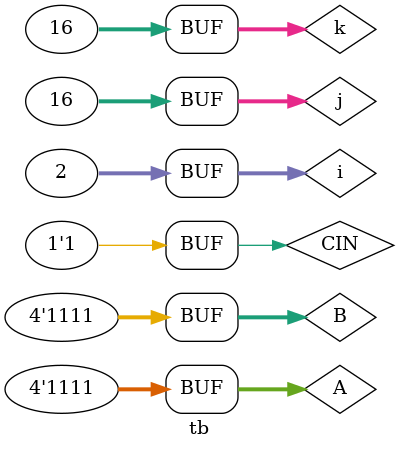
<source format=v>
module parallel_addsub (output [3:0] sum,
                        output cout,
                        input [3:0] a,b,
                        input cin);
  
  wire x,y,z, x1,x2,x3,x4;
  xor a1 (x1, b[0], cin);
  xor a2 (x2, b[1], cin);
  xor a3 (x3, b[2], cin);
  xor a4 (x4, b[3], cin);
  
  full_adder i1 (.fa_a(a[0]), .fa_b(x1), .fa_cin(cin), .fa_sum(sum[0]), .fa_cout(x));
  full_adder i2 (.fa_a(a[1]), .fa_b(x2), .fa_cin(x), .fa_sum(sum[1]), .fa_cout(y));
  full_adder i3 (.fa_a(a[2]), .fa_b(x3), .fa_cin(y), .fa_sum(sum[2]), .fa_cout(z));
  full_adder i4 (.fa_a(a[3]), .fa_b(x4), .fa_cin(z), .fa_sum(sum[3]), .fa_cout(cout));
                       
endmodule


module full_adder (output fa_sum, fa_cout,
                   input fa_a, fa_b, fa_cin);
  
  assign {fa_cout, fa_sum} = fa_a + fa_b + fa_cin;
  
endmodule

//testbench
module tb;
  reg [3:0] A,B;
  reg CIN;
  wire [3:0] SUM;
  wire COUT;
  integer i,j,k;
  
  parallel_addsub i1 (.a(A), .b(B), .cin(CIN), .sum(SUM), .cout(COUT));
  
  initial 
    begin
      A <= 1'b0;
      B <= 1'b0;
      CIN <= 1'b0;
      
      
      $monitor("time=%t, cin=%b, a=%b, b=%b, sum=%b, cout=%b", $time, CIN,A,B,SUM,COUT);
      
      for (i=0; i<2; i=i+1)
        for(j=0; j<16; j=j+1)
          for(k=0; k<16; k=k+1)
          begin
            CIN = i;
            A = j;
            B = k;
            #10;
          end      
    end
endmodule
  

</source>
